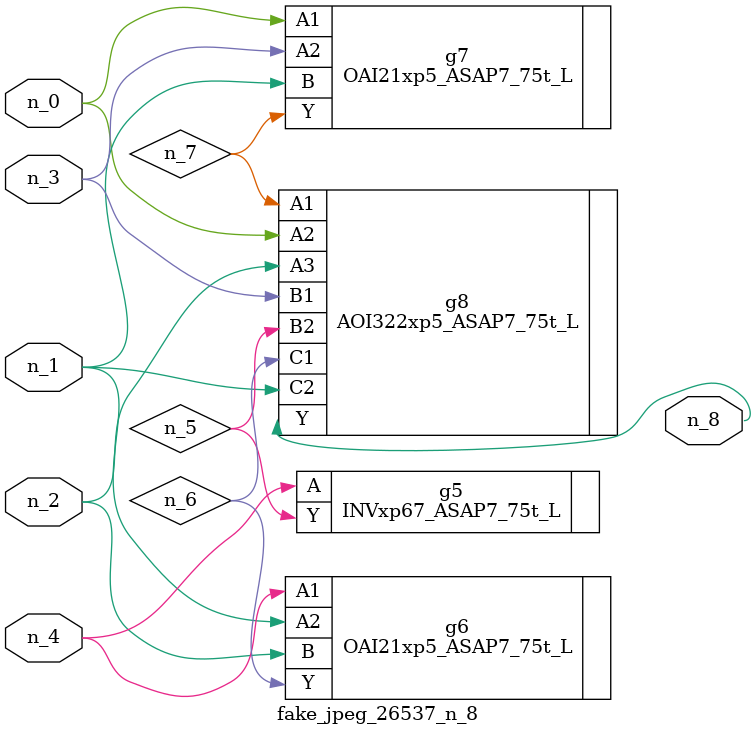
<source format=v>
module fake_jpeg_26537_n_8 (n_3, n_2, n_1, n_0, n_4, n_8);

input n_3;
input n_2;
input n_1;
input n_0;
input n_4;

output n_8;

wire n_6;
wire n_5;
wire n_7;

INVxp67_ASAP7_75t_L g5 ( 
.A(n_4),
.Y(n_5)
);

OAI21xp5_ASAP7_75t_L g6 ( 
.A1(n_4),
.A2(n_1),
.B(n_2),
.Y(n_6)
);

OAI21xp5_ASAP7_75t_L g7 ( 
.A1(n_0),
.A2(n_3),
.B(n_1),
.Y(n_7)
);

AOI322xp5_ASAP7_75t_L g8 ( 
.A1(n_7),
.A2(n_0),
.A3(n_2),
.B1(n_3),
.B2(n_5),
.C1(n_6),
.C2(n_1),
.Y(n_8)
);


endmodule
</source>
